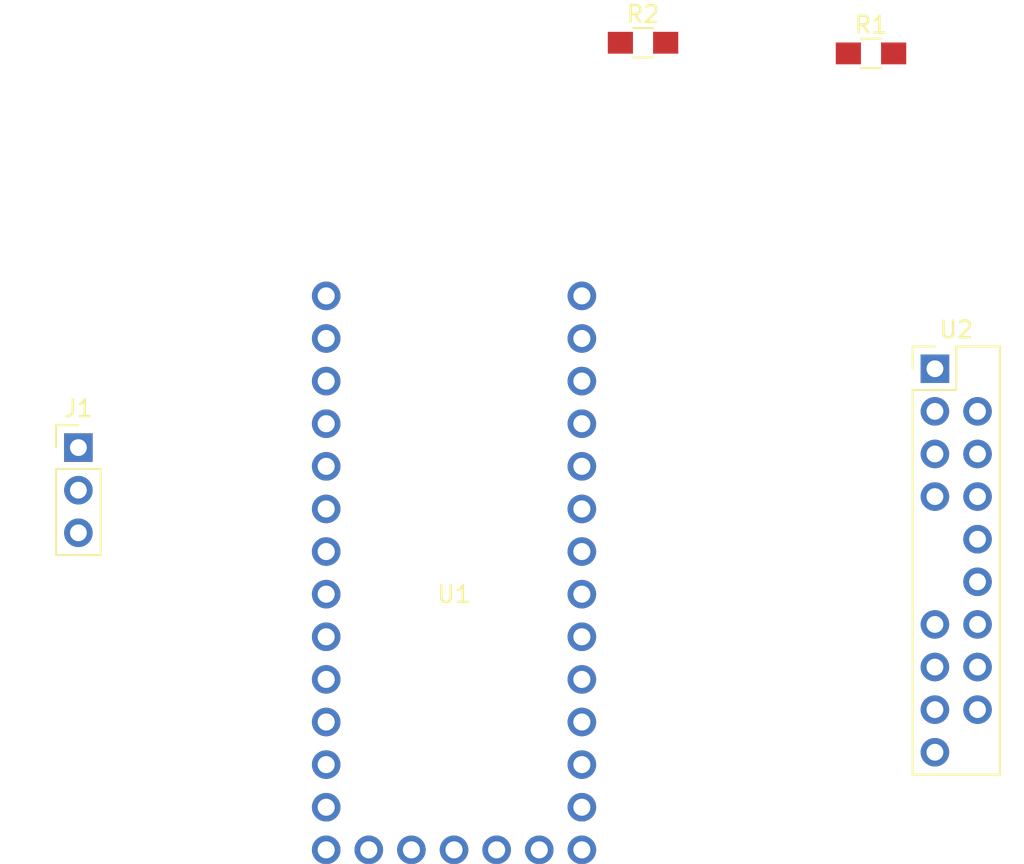
<source format=kicad_pcb>
(kicad_pcb (version 4) (host pcbnew 4.0.7)

  (general
    (links 20)
    (no_connects 20)
    (area 0 0 0 0)
    (thickness 1.6)
    (drawings 0)
    (tracks 0)
    (zones 0)
    (modules 5)
    (nets 37)
  )

  (page A4)
  (layers
    (0 F.Cu signal)
    (31 B.Cu signal)
    (32 B.Adhes user)
    (33 F.Adhes user)
    (34 B.Paste user)
    (35 F.Paste user)
    (36 B.SilkS user)
    (37 F.SilkS user)
    (38 B.Mask user)
    (39 F.Mask user)
    (40 Dwgs.User user)
    (41 Cmts.User user)
    (42 Eco1.User user)
    (43 Eco2.User user)
    (44 Edge.Cuts user)
    (45 Margin user)
    (46 B.CrtYd user)
    (47 F.CrtYd user)
    (48 B.Fab user)
    (49 F.Fab user)
  )

  (setup
    (last_trace_width 0.25)
    (trace_clearance 0.2)
    (zone_clearance 0.508)
    (zone_45_only no)
    (trace_min 0.2)
    (segment_width 0.2)
    (edge_width 0.15)
    (via_size 0.6)
    (via_drill 0.4)
    (via_min_size 0.4)
    (via_min_drill 0.3)
    (uvia_size 0.3)
    (uvia_drill 0.1)
    (uvias_allowed no)
    (uvia_min_size 0.2)
    (uvia_min_drill 0.1)
    (pcb_text_width 0.3)
    (pcb_text_size 1.5 1.5)
    (mod_edge_width 0.15)
    (mod_text_size 1 1)
    (mod_text_width 0.15)
    (pad_size 1.524 1.524)
    (pad_drill 0.762)
    (pad_to_mask_clearance 0.2)
    (aux_axis_origin 0 0)
    (visible_elements FFFFFF7F)
    (pcbplotparams
      (layerselection 0x00030_80000001)
      (usegerberextensions false)
      (excludeedgelayer true)
      (linewidth 0.100000)
      (plotframeref false)
      (viasonmask false)
      (mode 1)
      (useauxorigin false)
      (hpglpennumber 1)
      (hpglpenspeed 20)
      (hpglpendiameter 15)
      (hpglpenoverlay 2)
      (psnegative false)
      (psa4output false)
      (plotreference true)
      (plotvalue true)
      (plotinvisibletext false)
      (padsonsilk false)
      (subtractmaskfromsilk false)
      (outputformat 1)
      (mirror false)
      (drillshape 1)
      (scaleselection 1)
      (outputdirectory ""))
  )

  (net 0 "")
  (net 1 /3.3V)
  (net 2 "Net-(J1-Pad2)")
  (net 3 /5V)
  (net 4 /DEVICE_RX)
  (net 5 /TEENSY_TX)
  (net 6 /TEENSY_RX)
  (net 7 /DEVICE_TX)
  (net 8 "Net-(U1-Pad2)")
  (net 9 "Net-(U1-Pad3)")
  (net 10 "Net-(U1-Pad4)")
  (net 11 "Net-(U1-Pad5)")
  (net 12 "Net-(U1-Pad6)")
  (net 13 "Net-(U1-Pad7)")
  (net 14 "Net-(U1-Pad8)")
  (net 15 "Net-(U1-Pad9)")
  (net 16 /SPI_CS)
  (net 17 /SPI_MOSI)
  (net 18 /SPI_MISO)
  (net 19 /SPI_CLK)
  (net 20 /AIO0)
  (net 21 /AIO1)
  (net 22 /AIO2)
  (net 23 /AIO3)
  (net 24 /I2C_SDAT)
  (net 25 /I2C_SCLK)
  (net 26 "Net-(U1-Pad20)")
  (net 27 "Net-(U1-Pad21)")
  (net 28 "Net-(U1-Pad22)")
  (net 29 "Net-(U1-Pad23)")
  (net 30 "Net-(U1-Pad25)")
  (net 31 /GND)
  (net 32 "Net-(U1-Pad28)")
  (net 33 "Net-(U1-Pad29)")
  (net 34 "Net-(U1-Pad30)")
  (net 35 "Net-(U1-Pad31)")
  (net 36 "Net-(U1-Pad32)")

  (net_class Default "This is the default net class."
    (clearance 0.2)
    (trace_width 0.25)
    (via_dia 0.6)
    (via_drill 0.4)
    (uvia_dia 0.3)
    (uvia_drill 0.1)
    (add_net /3.3V)
    (add_net /5V)
    (add_net /AIO0)
    (add_net /AIO1)
    (add_net /AIO2)
    (add_net /AIO3)
    (add_net /DEVICE_RX)
    (add_net /DEVICE_TX)
    (add_net /GND)
    (add_net /I2C_SCLK)
    (add_net /I2C_SDAT)
    (add_net /SPI_CLK)
    (add_net /SPI_CS)
    (add_net /SPI_MISO)
    (add_net /SPI_MOSI)
    (add_net /TEENSY_RX)
    (add_net /TEENSY_TX)
    (add_net "Net-(J1-Pad2)")
    (add_net "Net-(U1-Pad2)")
    (add_net "Net-(U1-Pad20)")
    (add_net "Net-(U1-Pad21)")
    (add_net "Net-(U1-Pad22)")
    (add_net "Net-(U1-Pad23)")
    (add_net "Net-(U1-Pad25)")
    (add_net "Net-(U1-Pad28)")
    (add_net "Net-(U1-Pad29)")
    (add_net "Net-(U1-Pad3)")
    (add_net "Net-(U1-Pad30)")
    (add_net "Net-(U1-Pad31)")
    (add_net "Net-(U1-Pad32)")
    (add_net "Net-(U1-Pad4)")
    (add_net "Net-(U1-Pad5)")
    (add_net "Net-(U1-Pad6)")
    (add_net "Net-(U1-Pad7)")
    (add_net "Net-(U1-Pad8)")
    (add_net "Net-(U1-Pad9)")
  )

  (module Pin_Headers:Pin_Header_Straight_1x03_Pitch2.54mm (layer F.Cu) (tedit 59650532) (tstamp 5B095565)
    (at 126.111 98.806)
    (descr "Through hole straight pin header, 1x03, 2.54mm pitch, single row")
    (tags "Through hole pin header THT 1x03 2.54mm single row")
    (path /5B094A67)
    (fp_text reference J1 (at 0 -2.33) (layer F.SilkS)
      (effects (font (size 1 1) (thickness 0.15)))
    )
    (fp_text value Conn_01x03 (at 0 7.41) (layer F.Fab)
      (effects (font (size 1 1) (thickness 0.15)))
    )
    (fp_line (start -0.635 -1.27) (end 1.27 -1.27) (layer F.Fab) (width 0.1))
    (fp_line (start 1.27 -1.27) (end 1.27 6.35) (layer F.Fab) (width 0.1))
    (fp_line (start 1.27 6.35) (end -1.27 6.35) (layer F.Fab) (width 0.1))
    (fp_line (start -1.27 6.35) (end -1.27 -0.635) (layer F.Fab) (width 0.1))
    (fp_line (start -1.27 -0.635) (end -0.635 -1.27) (layer F.Fab) (width 0.1))
    (fp_line (start -1.33 6.41) (end 1.33 6.41) (layer F.SilkS) (width 0.12))
    (fp_line (start -1.33 1.27) (end -1.33 6.41) (layer F.SilkS) (width 0.12))
    (fp_line (start 1.33 1.27) (end 1.33 6.41) (layer F.SilkS) (width 0.12))
    (fp_line (start -1.33 1.27) (end 1.33 1.27) (layer F.SilkS) (width 0.12))
    (fp_line (start -1.33 0) (end -1.33 -1.33) (layer F.SilkS) (width 0.12))
    (fp_line (start -1.33 -1.33) (end 0 -1.33) (layer F.SilkS) (width 0.12))
    (fp_line (start -1.8 -1.8) (end -1.8 6.85) (layer F.CrtYd) (width 0.05))
    (fp_line (start -1.8 6.85) (end 1.8 6.85) (layer F.CrtYd) (width 0.05))
    (fp_line (start 1.8 6.85) (end 1.8 -1.8) (layer F.CrtYd) (width 0.05))
    (fp_line (start 1.8 -1.8) (end -1.8 -1.8) (layer F.CrtYd) (width 0.05))
    (fp_text user %R (at 0 2.54 90) (layer F.Fab)
      (effects (font (size 1 1) (thickness 0.15)))
    )
    (pad 1 thru_hole rect (at 0 0) (size 1.7 1.7) (drill 1) (layers *.Cu *.Mask)
      (net 1 /3.3V))
    (pad 2 thru_hole oval (at 0 2.54) (size 1.7 1.7) (drill 1) (layers *.Cu *.Mask)
      (net 2 "Net-(J1-Pad2)"))
    (pad 3 thru_hole oval (at 0 5.08) (size 1.7 1.7) (drill 1) (layers *.Cu *.Mask)
      (net 3 /5V))
    (model ${KISYS3DMOD}/Pin_Headers.3dshapes/Pin_Header_Straight_1x03_Pitch2.54mm.wrl
      (at (xyz 0 0 0))
      (scale (xyz 1 1 1))
      (rotate (xyz 0 0 0))
    )
  )

  (module Resistors_SMD:R_0805_HandSoldering (layer F.Cu) (tedit 58E0A804) (tstamp 5B09556B)
    (at 173.355 75.311)
    (descr "Resistor SMD 0805, hand soldering")
    (tags "resistor 0805")
    (path /5B094C8D)
    (attr smd)
    (fp_text reference R1 (at 0 -1.7) (layer F.SilkS)
      (effects (font (size 1 1) (thickness 0.15)))
    )
    (fp_text value R (at 0 1.75) (layer F.Fab)
      (effects (font (size 1 1) (thickness 0.15)))
    )
    (fp_text user %R (at 0 0) (layer F.Fab)
      (effects (font (size 0.5 0.5) (thickness 0.075)))
    )
    (fp_line (start -1 0.62) (end -1 -0.62) (layer F.Fab) (width 0.1))
    (fp_line (start 1 0.62) (end -1 0.62) (layer F.Fab) (width 0.1))
    (fp_line (start 1 -0.62) (end 1 0.62) (layer F.Fab) (width 0.1))
    (fp_line (start -1 -0.62) (end 1 -0.62) (layer F.Fab) (width 0.1))
    (fp_line (start 0.6 0.88) (end -0.6 0.88) (layer F.SilkS) (width 0.12))
    (fp_line (start -0.6 -0.88) (end 0.6 -0.88) (layer F.SilkS) (width 0.12))
    (fp_line (start -2.35 -0.9) (end 2.35 -0.9) (layer F.CrtYd) (width 0.05))
    (fp_line (start -2.35 -0.9) (end -2.35 0.9) (layer F.CrtYd) (width 0.05))
    (fp_line (start 2.35 0.9) (end 2.35 -0.9) (layer F.CrtYd) (width 0.05))
    (fp_line (start 2.35 0.9) (end -2.35 0.9) (layer F.CrtYd) (width 0.05))
    (pad 1 smd rect (at -1.35 0) (size 1.5 1.3) (layers F.Cu F.Paste F.Mask)
      (net 4 /DEVICE_RX))
    (pad 2 smd rect (at 1.35 0) (size 1.5 1.3) (layers F.Cu F.Paste F.Mask)
      (net 5 /TEENSY_TX))
    (model ${KISYS3DMOD}/Resistors_SMD.3dshapes/R_0805.wrl
      (at (xyz 0 0 0))
      (scale (xyz 1 1 1))
      (rotate (xyz 0 0 0))
    )
  )

  (module Resistors_SMD:R_0805_HandSoldering (layer F.Cu) (tedit 58E0A804) (tstamp 5B095571)
    (at 159.766 74.676)
    (descr "Resistor SMD 0805, hand soldering")
    (tags "resistor 0805")
    (path /5B094D10)
    (attr smd)
    (fp_text reference R2 (at 0 -1.7) (layer F.SilkS)
      (effects (font (size 1 1) (thickness 0.15)))
    )
    (fp_text value R (at 0 1.75) (layer F.Fab)
      (effects (font (size 1 1) (thickness 0.15)))
    )
    (fp_text user %R (at 0 0) (layer F.Fab)
      (effects (font (size 0.5 0.5) (thickness 0.075)))
    )
    (fp_line (start -1 0.62) (end -1 -0.62) (layer F.Fab) (width 0.1))
    (fp_line (start 1 0.62) (end -1 0.62) (layer F.Fab) (width 0.1))
    (fp_line (start 1 -0.62) (end 1 0.62) (layer F.Fab) (width 0.1))
    (fp_line (start -1 -0.62) (end 1 -0.62) (layer F.Fab) (width 0.1))
    (fp_line (start 0.6 0.88) (end -0.6 0.88) (layer F.SilkS) (width 0.12))
    (fp_line (start -0.6 -0.88) (end 0.6 -0.88) (layer F.SilkS) (width 0.12))
    (fp_line (start -2.35 -0.9) (end 2.35 -0.9) (layer F.CrtYd) (width 0.05))
    (fp_line (start -2.35 -0.9) (end -2.35 0.9) (layer F.CrtYd) (width 0.05))
    (fp_line (start 2.35 0.9) (end 2.35 -0.9) (layer F.CrtYd) (width 0.05))
    (fp_line (start 2.35 0.9) (end -2.35 0.9) (layer F.CrtYd) (width 0.05))
    (pad 1 smd rect (at -1.35 0) (size 1.5 1.3) (layers F.Cu F.Paste F.Mask)
      (net 6 /TEENSY_RX))
    (pad 2 smd rect (at 1.35 0) (size 1.5 1.3) (layers F.Cu F.Paste F.Mask)
      (net 7 /DEVICE_TX))
    (model ${KISYS3DMOD}/Resistors_SMD.3dshapes/R_0805.wrl
      (at (xyz 0 0 0))
      (scale (xyz 1 1 1))
      (rotate (xyz 0 0 0))
    )
  )

  (module TeensyConverter:Teensy-32 (layer F.Cu) (tedit 586B2D01) (tstamp 5B095596)
    (at 148.5011 105.0036)
    (path /5B094500)
    (fp_text reference U1 (at 0 2.54) (layer F.SilkS)
      (effects (font (size 1 1) (thickness 0.15)))
    )
    (fp_text value Teensy-3.2 (at 0 0) (layer F.Fab)
      (effects (font (size 1 1) (thickness 0.15)))
    )
    (pad 0 thru_hole circle (at 7.62 -12.7) (size 1.7018 1.7018) (drill 1.016) (layers *.Cu *.Mask)
      (net 6 /TEENSY_RX))
    (pad 1 thru_hole circle (at 7.62 -10.16) (size 1.7018 1.7018) (drill 1.016) (layers *.Cu *.Mask)
      (net 5 /TEENSY_TX))
    (pad 2 thru_hole circle (at 7.62 -7.62) (size 1.7018 1.7018) (drill 1.016) (layers *.Cu *.Mask)
      (net 8 "Net-(U1-Pad2)"))
    (pad 3 thru_hole circle (at 7.62 -5.08) (size 1.7018 1.7018) (drill 1.016) (layers *.Cu *.Mask)
      (net 9 "Net-(U1-Pad3)"))
    (pad 4 thru_hole circle (at 7.62 -2.54) (size 1.7018 1.7018) (drill 1.016) (layers *.Cu *.Mask)
      (net 10 "Net-(U1-Pad4)"))
    (pad 5 thru_hole circle (at 7.62 0) (size 1.7018 1.7018) (drill 1.016) (layers *.Cu *.Mask)
      (net 11 "Net-(U1-Pad5)"))
    (pad 6 thru_hole circle (at 7.62 2.54) (size 1.7018 1.7018) (drill 1.016) (layers *.Cu *.Mask)
      (net 12 "Net-(U1-Pad6)"))
    (pad 7 thru_hole circle (at 7.62 5.08) (size 1.7018 1.7018) (drill 1.016) (layers *.Cu *.Mask)
      (net 13 "Net-(U1-Pad7)"))
    (pad 8 thru_hole circle (at 7.62 7.62) (size 1.7018 1.7018) (drill 1.016) (layers *.Cu *.Mask)
      (net 14 "Net-(U1-Pad8)"))
    (pad 9 thru_hole circle (at 7.62 10.16) (size 1.7018 1.7018) (drill 1.016) (layers *.Cu *.Mask)
      (net 15 "Net-(U1-Pad9)"))
    (pad 10 thru_hole circle (at 7.62 12.7) (size 1.7018 1.7018) (drill 1.016) (layers *.Cu *.Mask)
      (net 16 /SPI_CS))
    (pad 11 thru_hole circle (at 7.62 15.24) (size 1.7018 1.7018) (drill 1.016) (layers *.Cu *.Mask)
      (net 17 /SPI_MOSI))
    (pad 12 thru_hole circle (at 7.62 17.78) (size 1.7018 1.7018) (drill 1.016) (layers *.Cu *.Mask)
      (net 18 /SPI_MISO))
    (pad 13 thru_hole circle (at -7.62 17.78) (size 1.7018 1.7018) (drill 1.016) (layers *.Cu *.Mask)
      (net 19 /SPI_CLK))
    (pad 14 thru_hole circle (at -7.62 15.24) (size 1.7018 1.7018) (drill 1.016) (layers *.Cu *.Mask)
      (net 20 /AIO0))
    (pad 15 thru_hole circle (at -7.62 12.7) (size 1.7018 1.7018) (drill 1.016) (layers *.Cu *.Mask)
      (net 21 /AIO1))
    (pad 16 thru_hole circle (at -7.62 10.16) (size 1.7018 1.7018) (drill 1.016) (layers *.Cu *.Mask)
      (net 22 /AIO2))
    (pad 17 thru_hole circle (at -7.62 7.62) (size 1.7018 1.7018) (drill 1.016) (layers *.Cu *.Mask)
      (net 23 /AIO3))
    (pad 18 thru_hole circle (at -7.62 5.08) (size 1.7018 1.7018) (drill 1.016) (layers *.Cu *.Mask)
      (net 24 /I2C_SDAT))
    (pad 19 thru_hole circle (at -7.62 2.54) (size 1.7018 1.7018) (drill 1.016) (layers *.Cu *.Mask)
      (net 25 /I2C_SCLK))
    (pad 20 thru_hole circle (at -7.62 0) (size 1.7018 1.7018) (drill 1.016) (layers *.Cu *.Mask)
      (net 26 "Net-(U1-Pad20)"))
    (pad 21 thru_hole circle (at -7.62 -2.54) (size 1.7018 1.7018) (drill 1.016) (layers *.Cu *.Mask)
      (net 27 "Net-(U1-Pad21)"))
    (pad 22 thru_hole circle (at -7.62 -5.08) (size 1.7018 1.7018) (drill 1.016) (layers *.Cu *.Mask)
      (net 28 "Net-(U1-Pad22)"))
    (pad 23 thru_hole circle (at -7.62 -7.62) (size 1.7018 1.7018) (drill 1.016) (layers *.Cu *.Mask)
      (net 29 "Net-(U1-Pad23)"))
    (pad 24 thru_hole circle (at -7.62 -10.16) (size 1.7018 1.7018) (drill 1.016) (layers *.Cu *.Mask)
      (net 1 /3.3V))
    (pad 25 thru_hole circle (at -7.62 -12.7) (size 1.7018 1.7018) (drill 1.016) (layers *.Cu *.Mask)
      (net 30 "Net-(U1-Pad25)"))
    (pad 26 thru_hole circle (at -7.62 -15.24) (size 1.7018 1.7018) (drill 1.016) (layers *.Cu *.Mask)
      (net 3 /5V))
    (pad 27 thru_hole circle (at 7.62 -15.24) (size 1.7018 1.7018) (drill 1.016) (layers *.Cu *.Mask)
      (net 31 /GND))
    (pad 28 thru_hole circle (at 5.08 17.78) (size 1.7018 1.7018) (drill 1.016) (layers *.Cu *.Mask)
      (net 32 "Net-(U1-Pad28)"))
    (pad 29 thru_hole circle (at 2.54 17.78) (size 1.7018 1.7018) (drill 1.016) (layers *.Cu *.Mask)
      (net 33 "Net-(U1-Pad29)"))
    (pad 30 thru_hole circle (at 0 17.78) (size 1.7018 1.7018) (drill 1.016) (layers *.Cu *.Mask)
      (net 34 "Net-(U1-Pad30)"))
    (pad 31 thru_hole circle (at -2.54 17.78) (size 1.7018 1.7018) (drill 1.016) (layers *.Cu *.Mask)
      (net 35 "Net-(U1-Pad31)"))
    (pad 32 thru_hole circle (at -5.08 17.78) (size 1.7018 1.7018) (drill 1.016) (layers *.Cu *.Mask)
      (net 36 "Net-(U1-Pad32)"))
  )

  (module TeensyConverter:CE_Header (layer F.Cu) (tedit 5AEEF416) (tstamp 5B0955AA)
    (at 177.165 94.107)
    (descr "Through hole straight pin header, 2x10, 2.54mm pitch, double rows")
    (tags "Through hole pin header THT 2x10 2.54mm double row")
    (path /5B094572)
    (fp_text reference U2 (at 1.27 -2.33) (layer F.SilkS)
      (effects (font (size 1 1) (thickness 0.15)))
    )
    (fp_text value CE_Header (at 1.27 25.19) (layer F.Fab)
      (effects (font (size 1 1) (thickness 0.15)))
    )
    (fp_line (start 0 -1.27) (end 3.81 -1.27) (layer F.Fab) (width 0.1))
    (fp_line (start 3.81 -1.27) (end 3.81 24.13) (layer F.Fab) (width 0.1))
    (fp_line (start 3.81 24.13) (end -1.27 24.13) (layer F.Fab) (width 0.1))
    (fp_line (start -1.27 24.13) (end -1.27 0) (layer F.Fab) (width 0.1))
    (fp_line (start -1.27 0) (end 0 -1.27) (layer F.Fab) (width 0.1))
    (fp_line (start -1.33 24.19) (end 3.87 24.19) (layer F.SilkS) (width 0.12))
    (fp_line (start -1.33 1.27) (end -1.33 24.19) (layer F.SilkS) (width 0.12))
    (fp_line (start 3.87 -1.33) (end 3.87 24.19) (layer F.SilkS) (width 0.12))
    (fp_line (start -1.33 1.27) (end 1.27 1.27) (layer F.SilkS) (width 0.12))
    (fp_line (start 1.27 1.27) (end 1.27 -1.33) (layer F.SilkS) (width 0.12))
    (fp_line (start 1.27 -1.33) (end 3.87 -1.33) (layer F.SilkS) (width 0.12))
    (fp_line (start -1.33 0) (end -1.33 -1.33) (layer F.SilkS) (width 0.12))
    (fp_line (start -1.33 -1.33) (end 0 -1.33) (layer F.SilkS) (width 0.12))
    (fp_line (start -1.8 -1.8) (end -1.8 24.65) (layer F.CrtYd) (width 0.05))
    (fp_line (start -1.8 24.65) (end 4.35 24.65) (layer F.CrtYd) (width 0.05))
    (fp_line (start 4.35 24.65) (end 4.35 -1.8) (layer F.CrtYd) (width 0.05))
    (fp_line (start 4.35 -1.8) (end -1.8 -1.8) (layer F.CrtYd) (width 0.05))
    (pad 1 thru_hole rect (at 0 0) (size 1.7 1.7) (drill 1) (layers *.Cu *.Mask)
      (net 2 "Net-(J1-Pad2)"))
    (pad 3 thru_hole oval (at 0 2.54) (size 1.7 1.7) (drill 1) (layers *.Cu *.Mask)
      (net 17 /SPI_MOSI))
    (pad 4 thru_hole oval (at 2.54 2.54) (size 1.7 1.7) (drill 1) (layers *.Cu *.Mask)
      (net 18 /SPI_MISO))
    (pad 5 thru_hole oval (at 0 5.08) (size 1.7 1.7) (drill 1) (layers *.Cu *.Mask)
      (net 19 /SPI_CLK))
    (pad 6 thru_hole oval (at 2.54 5.08) (size 1.7 1.7) (drill 1) (layers *.Cu *.Mask)
      (net 16 /SPI_CS))
    (pad 7 thru_hole oval (at 0 7.62) (size 1.7 1.7) (drill 1) (layers *.Cu *.Mask)
      (net 4 /DEVICE_RX))
    (pad 8 thru_hole oval (at 2.54 7.62) (size 1.7 1.7) (drill 1) (layers *.Cu *.Mask)
      (net 7 /DEVICE_TX))
    (pad 10 thru_hole oval (at 2.54 10.16) (size 1.7 1.7) (drill 1) (layers *.Cu *.Mask)
      (net 31 /GND))
    (pad 12 thru_hole oval (at 2.54 12.7) (size 1.7 1.7) (drill 1) (layers *.Cu *.Mask)
      (net 1 /3.3V))
    (pad 13 thru_hole oval (at 0 15.24) (size 1.7 1.7) (drill 1) (layers *.Cu *.Mask)
      (net 25 /I2C_SCLK))
    (pad 14 thru_hole oval (at 2.54 15.24) (size 1.7 1.7) (drill 1) (layers *.Cu *.Mask)
      (net 24 /I2C_SDAT))
    (pad 15 thru_hole oval (at 0 17.78) (size 1.7 1.7) (drill 1) (layers *.Cu *.Mask)
      (net 20 /AIO0))
    (pad 16 thru_hole oval (at 2.54 17.78) (size 1.7 1.7) (drill 1) (layers *.Cu *.Mask)
      (net 21 /AIO1))
    (pad 17 thru_hole oval (at 0 20.32) (size 1.7 1.7) (drill 1) (layers *.Cu *.Mask)
      (net 22 /AIO2))
    (pad 18 thru_hole oval (at 2.54 20.32) (size 1.7 1.7) (drill 1) (layers *.Cu *.Mask)
      (net 23 /AIO3))
    (pad 19 thru_hole oval (at 0 22.86) (size 1.7 1.7) (drill 1) (layers *.Cu *.Mask)
      (net 31 /GND))
    (model ${KISYS3DMOD}/Pin_Headers.3dshapes/Pin_Header_Straight_2x10_Pitch2.54mm.wrl
      (at (xyz 0 0 0))
      (scale (xyz 1 1 1))
      (rotate (xyz 0 0 0))
    )
  )

)

</source>
